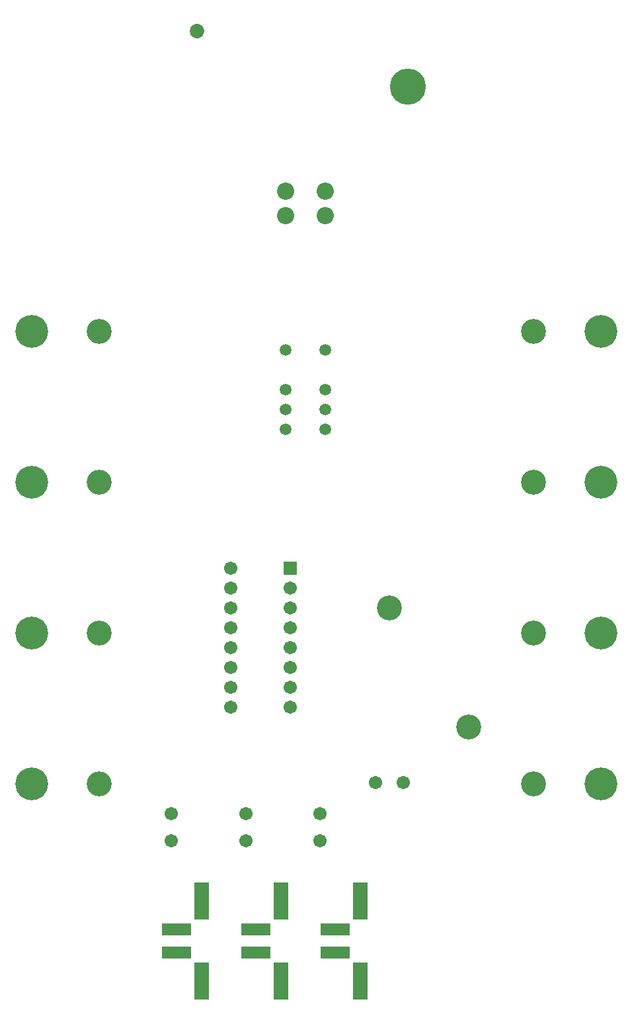
<source format=gbr>
G04 DipTrace 3.0.0.2*
G04 TopMask.gbr*
%MOIN*%
G04 #@! TF.FileFunction,Soldermask,Top*
G04 #@! TF.Part,Single*
%ADD35C,0.125984*%
%ADD36C,0.182*%
%ADD37C,0.073*%
%ADD46C,0.16548*%
%ADD48C,0.067055*%
%ADD50R,0.067055X0.067055*%
%ADD52C,0.08674*%
%ADD54C,0.12611*%
%ADD56C,0.059181*%
%ADD58R,0.15052X0.06115*%
%ADD60R,0.07611X0.185559*%
%ADD64C,0.067055*%
%FSLAX26Y26*%
G04*
G70*
G90*
G75*
G01*
G04 TopMask*
%LPD*%
D64*
X1444000Y1294000D3*
Y1431795D3*
X1819000Y1294000D3*
Y1431795D3*
X2194000Y1294000D3*
Y1431795D3*
X2612898Y1587898D3*
X2475102D3*
D60*
X2395575Y587307D3*
D58*
X2269591Y730614D3*
D60*
X2395575Y991835D3*
D58*
X2269591Y848724D3*
D60*
X1595575Y587307D3*
D58*
X1469591Y730614D3*
D60*
X1595575Y991835D3*
D58*
X1469591Y848724D3*
D60*
X1995575Y587307D3*
D58*
X1869591Y730614D3*
D60*
X1995575Y991835D3*
D58*
X1869591Y848724D3*
D56*
X2019000Y3769000D3*
Y3569000D3*
Y3469000D3*
Y3369000D3*
X2219000Y3769000D3*
Y3569000D3*
Y3469000D3*
Y3369000D3*
D54*
X2944000Y1869000D3*
X2544000Y2469000D3*
D52*
X2219000Y4569000D3*
Y4443961D3*
X2019000Y4444000D3*
Y4569039D3*
D50*
X2044000Y2669000D3*
D48*
Y2569000D3*
Y2469000D3*
Y2369000D3*
Y2269000D3*
Y2169000D3*
Y2069000D3*
Y1969000D3*
X1744787D3*
Y2069000D3*
Y2169000D3*
Y2269000D3*
Y2369000D3*
Y2469000D3*
Y2569000D3*
Y2669000D3*
D46*
X738882Y2341539D3*
Y1581697D3*
X3608961Y2341539D3*
Y1581697D3*
X738882Y3101382D3*
Y3861224D3*
X3608961Y3101382D3*
Y3861224D3*
D35*
X1079236Y3101382D3*
Y3861224D3*
Y2341539D3*
Y1581697D3*
X3268606D3*
Y2341539D3*
Y3101382D3*
Y3861224D3*
D36*
X2637898Y5094492D3*
D37*
X1574906Y5374020D3*
M02*

</source>
